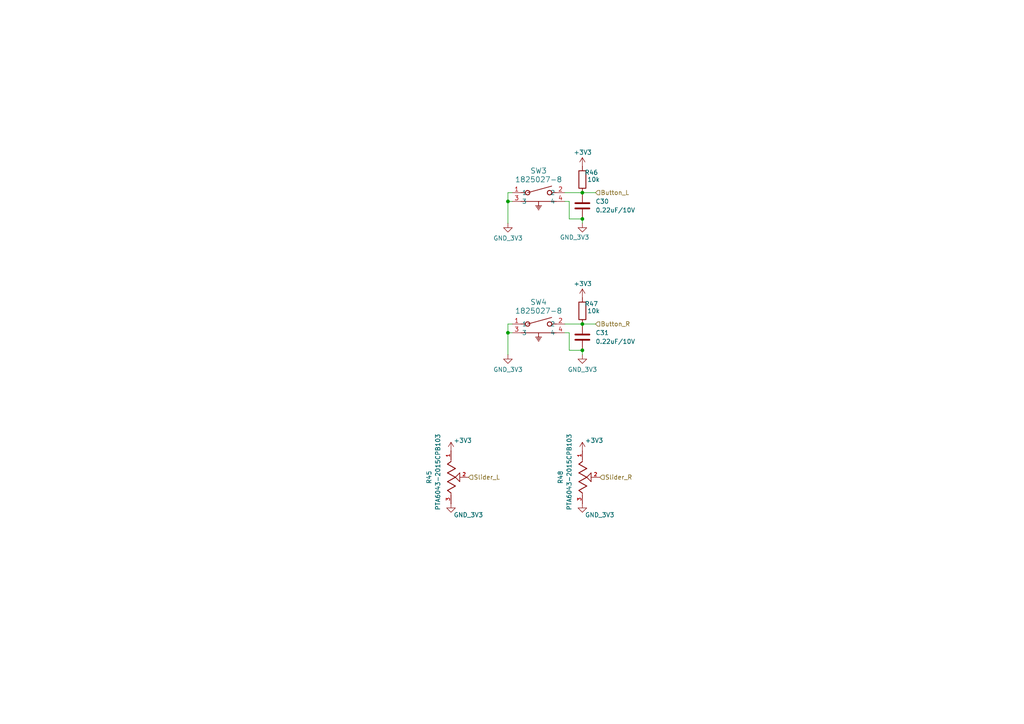
<source format=kicad_sch>
(kicad_sch (version 20231120) (generator "eeschema") (generator_version "8.0")
  (paper "A4")
  (lib_symbols
    (symbol "Device:C" (pin_numbers hide) (pin_names (offset 0.254))
      (property "Reference" "C" (at 0.635 2.54 0))
      (property "Value" "C" (at 0.635 -2.54 0))
      (symbol "C_0_1"
        (polyline (pts (xy -2.032 -0.762) (xy 2.032 -0.762)) (stroke (width 0.508)))
        (polyline (pts (xy -2.032 0.762) (xy 2.032 0.762)) (stroke (width 0.508)))
      )
      (symbol "C_1_1"
        (pin passive line (at 0 3.81 270) (length 2.794) (name "~") (number "1"))
        (pin passive line (at 0 -3.81 90) (length 2.794) (name "~") (number "2"))
      )
    )
    (symbol "Device:R" (pin_numbers hide) (pin_names (offset 0))
      (property "Reference" "R" (at 2.032 0 90))
      (property "Value" "R" (at 0 0 90))
      (symbol "R_0_1"
        (rectangle (start -1.016 -2.54) (end 1.016 2.54) (stroke (width 0.254)))
      )
      (symbol "R_1_1"
        (pin passive line (at 0 3.81 270) (length 1.27) (name "~") (number "1"))
        (pin passive line (at 0 -3.81 90) (length 1.27) (name "~") (number "2"))
      )
    )
    (symbol "PTA6043-2015CPB103:PTA6043-2015CPB103" (pin_names (offset 1.016))
      (property "Reference" "R" (at -5.08 5.08 0))
      (property "Value" "PTA6043-2015CPB103" (at -5.08 2.54 0))
      (symbol "PTA6043-2015CPB103_0_0"
        (polyline (pts (xy -5.08 0) (xy -4.572 0)) (stroke (width 0.1524)))
        (polyline (pts (xy -4.572 0) (xy -3.81 1.016)) (stroke (width 0.254)))
        (polyline (pts (xy -3.81 1.016) (xy -2.54 -1.27)) (stroke (width 0.254)))
        (polyline (pts (xy -2.54 -1.27) (xy -1.27 1.016)) (stroke (width 0.254)))
        (polyline (pts (xy -1.27 -2.54) (xy 0 -1.27)) (stroke (width 0.2032)))
        (polyline (pts (xy -1.27 1.016) (xy 0 -1.27)) (stroke (width 0.254)))
        (polyline (pts (xy 0 -1.27) (xy 1.27 -2.54)) (stroke (width 0.2032)))
        (polyline (pts (xy 0 -1.27) (xy 1.27 1.016)) (stroke (width 0.254)))
        (polyline (pts (xy 1.27 -2.54) (xy -1.27 -2.54)) (stroke (width 0.2032)))
        (polyline (pts (xy 1.27 1.016) (xy 2.54 -1.27)) (stroke (width 0.254)))
        (polyline (pts (xy 2.54 -1.27) (xy 3.81 1.016)) (stroke (width 0.254)))
        (polyline (pts (xy 3.81 1.016) (xy 4.572 0)) (stroke (width 0.254)))
        (polyline (pts (xy 4.572 0) (xy 5.08 0)) (stroke (width 0.1524)))
        (pin passive line (at 7.62 0 180) (length 2.54) (name "~") (number "1"))
        (pin passive line (at 0 -5.08 90) (length 2.54) (name "~") (number "2"))
        (pin passive line (at -7.62 0 0) (length 2.54) (name "~") (number "3"))
      )
    )
    (symbol "SW2_1825027-C_TEC:1825027-8" (pin_names (offset 0.254))
      (property "Reference" "SW" (at 7.62 3.81 0))
      (property "Value" "1825027-8" (at 0 0 0))
      (symbol "1825027-8_0_1"
        (polyline (pts (xy 2.54 -2.54) (xy 12.7 -2.54)) (stroke (width 0.2032)))
        (polyline (pts (xy 2.54 0) (xy 3.81 0)) (stroke (width 0.2032)))
        (polyline (pts (xy 4.445 0) (xy 11.43 1.905)) (stroke (width 0.2032)))
        (polyline (pts (xy 6.731 -3.81) (xy 8.509 -3.81)) (stroke (width 0.2032)))
        (polyline (pts (xy 6.985 -4.191) (xy 8.255 -4.191)) (stroke (width 0.2032)))
        (polyline (pts (xy 7.239 -4.572) (xy 8.001 -4.572)) (stroke (width 0.2032)))
        (polyline (pts (xy 7.493 -4.953) (xy 7.747 -4.953)) (stroke (width 0.2032)))
        (polyline (pts (xy 7.62 -2.54) (xy 7.62 -3.81)) (stroke (width 0.2032)))
        (polyline (pts (xy 12.7 0) (xy 11.43 0)) (stroke (width 0.2032)))
        (circle (center 4.445 0) (radius 0.635) (stroke (width 0.254)))
        (circle (center 10.795 0) (radius 0.635) (stroke (width 0.254)))
        (pin unspecified line (at 0 0 0) (length 2.54) (name "1") (number "1"))
        (pin unspecified line (at 15.24 0 180) (length 2.54) (name "2") (number "2"))
        (pin unspecified line (at 0 -2.54 0) (length 2.54) (name "3") (number "3"))
        (pin unspecified line (at 15.24 -2.54 180) (length 2.54) (name "4") (number "4"))
      )
    )
    (symbol "power:+3V3" (power) (pin_numbers hide) (pin_names (offset 0) hide)
      (property "Value" "+3V3" (at 0 3.556 0))
      (symbol "+3V3_0_1"
        (polyline (pts (xy -0.762 1.27) (xy 0 2.54)))
        (polyline (pts (xy 0 0) (xy 0 2.54)))
        (polyline (pts (xy 0 2.54) (xy 0.762 1.27)))
      )
      (symbol "+3V3_1_1"
        (pin power_in line (at 0 0 90) (length 0) (name "~") (number "1"))
      )
    )
    (symbol "power:GND" (power) (pin_numbers hide) (pin_names (offset 0) hide)
      (property "Value" "GND" (at 0 -3.81 0))
      (symbol "GND_0_1"
        (polyline (pts (xy 0 0) (xy 0 -1.27) (xy 1.27 -1.27) (xy 0 -2.54) (xy -1.27 -1.27) (xy 0 -1.27)))
      )
      (symbol "GND_1_1"
        (pin power_in line (at 0 0 270) (length 0) (name "~") (number "1"))
      )
    )
  )
  (junction (at 147.32 58.42))
  (junction (at 147.32 96.52))
  (junction (at 168.91 63.5))
  (junction (at 168.91 93.98))
  (junction (at 168.91 101.6))
  (junction (at 168.91 55.88))
  (wire (pts (xy 147.32 64.77) (xy 147.32 58.42)))
  (wire (pts (xy 163.83 55.88) (xy 168.91 55.88)))
  (wire (pts (xy 147.32 58.42) (xy 148.59 58.42)))
  (wire (pts (xy 168.91 64.77) (xy 168.91 63.5)))
  (wire (pts (xy 148.59 55.88) (xy 147.32 55.88)))
  (wire (pts (xy 165.1 101.6) (xy 168.91 101.6)))
  (wire (pts (xy 147.32 102.87) (xy 147.32 96.52)))
  (wire (pts (xy 147.32 55.88) (xy 147.32 58.42)))
  (wire (pts (xy 165.1 63.5) (xy 168.91 63.5)))
  (wire (pts (xy 148.59 93.98) (xy 147.32 93.98)))
  (wire (pts (xy 147.32 93.98) (xy 147.32 96.52)))
  (wire (pts (xy 168.91 102.87) (xy 168.91 101.6)))
  (wire (pts (xy 163.83 93.98) (xy 168.91 93.98)))
  (wire (pts (xy 165.1 96.52) (xy 163.83 96.52)))
  (wire (pts (xy 165.1 96.52) (xy 165.1 101.6)))
  (wire (pts (xy 147.32 96.52) (xy 148.59 96.52)))
  (wire (pts (xy 165.1 58.42) (xy 163.83 58.42)))
  (wire (pts (xy 172.72 93.98) (xy 168.91 93.98)))
  (wire (pts (xy 165.1 58.42) (xy 165.1 63.5)))
  (wire (pts (xy 172.72 55.88) (xy 168.91 55.88)))
  (hierarchical_label "Slider_R" (shape input) (at 173.99 138.43 0))
  (hierarchical_label "Button_R" (shape input) (at 172.72 93.98 0))
  (hierarchical_label "Slider_L" (shape input) (at 135.89 138.43 0))
  (hierarchical_label "Button_L" (shape input) (at 172.72 55.88 0))
  (symbol (lib_id "power:+3V3") (at 168.91 130.81 0) (unit 1)
    (property "Reference" "#PWR093" (effects (hide yes)))
    (property "Value" "+3V3" (at 169.672 127.762 0) (effects (justify left)))
    (property "Description" "Power symbol creates a global label with name \"+3V3\"" (effects (hide yes)))
  )
  (symbol (lib_id "power:GND") (at 168.91 146.05 0) (unit 1)
    (property "Reference" "#PWR094" (effects (hide yes)))
    (property "Value" "GND_3V3" (at 169.672 149.352 0) (effects (justify left)))
    (property "Description" "Power symbol creates a global label with name \"GND\" , ground" (effects (hide yes)))
  )
  (symbol (lib_id "PTA6043-2015CPB103:PTA6043-2015CPB103") (at 168.91 138.43 90) (unit 1)
    (property "Reference" "R48" (at 162.56 138.43 0))
    (property "Value" "PTA6043-2015CPB103" (at 165.1 136.906 0))
    (property "Footprint" "Potentiometer_THT:Potentiometer_Bourns_PTA6043_Single_Slide" (effects (hide yes)))
    (property "Datasheet" "https://www.digikey.ca/en/products/detail/bourns-inc/PTA6043-2015CPB103/3781230" (effects (hide yes)))
  )
  (symbol (lib_id "power:+3V3") (at 168.91 48.26 0) (unit 1)
    (property "Reference" "#PWR089" (effects (hide yes)))
    (property "Value" "+3V3" (at 166.37 44.196 0) (effects (justify left)))
    (property "Description" "Power symbol creates a global label with name \"+3V3\"" (effects (hide yes)))
  )
  (symbol (lib_id "power:GND") (at 168.91 102.87 0) (unit 1)
    (property "Reference" "#PWR092" (effects (hide yes)))
    (property "Value" "GND_3V3" (at 173.228 107.188 0) (effects (justify right)))
    (property "Description" "Power symbol creates a global label with name \"GND\" , ground" (effects (hide yes)))
  )
  (symbol (lib_id "SW2_1825027-C_TEC:1825027-8") (at 148.59 93.98 0) (unit 1)
    (property "Reference" "SW4" (at 156.21 87.63 0) (effects (font (size 1.524 1.524))))
    (property "Value" "1825027-8" (at 156.21 90.17 0) (effects (font (size 1.524 1.524))))
    (property "Footprint" "SW2_1825027-C_TEC:SW2_1825027-C_TEC" (effects (hide yes)))
    (property "Datasheet" "https://www.digikey.ca/en/products/detail/te-connectivity-alcoswitch-switches/1825027-8/1632543" (effects (hide yes)))
  )
  (symbol (lib_id "power:+3V3") (at 130.81 130.81 0) (unit 1)
    (property "Reference" "#PWR085" (effects (hide yes)))
    (property "Value" "+3V3" (at 131.572 127.762 0) (effects (justify left)))
    (property "Description" "Power symbol creates a global label with name \"+3V3\"" (effects (hide yes)))
  )
  (symbol (lib_id "power:GND") (at 147.32 102.87 0) (unit 1)
    (property "Reference" "#PWR088" (effects (hide yes)))
    (property "Value" "GND_3V3" (at 151.638 107.188 0) (effects (justify right)))
    (property "Description" "Power symbol creates a global label with name \"GND\" , ground" (effects (hide yes)))
  )
  (symbol (lib_id "power:GND") (at 130.81 146.05 0) (unit 1)
    (property "Reference" "#PWR086" (effects (hide yes)))
    (property "Value" "GND_3V3" (at 131.572 149.352 0) (effects (justify left)))
    (property "Description" "Power symbol creates a global label with name \"GND\" , ground" (effects (hide yes)))
  )
  (symbol (lib_id "PTA6043-2015CPB103:PTA6043-2015CPB103") (at 130.81 138.43 90) (unit 1)
    (property "Reference" "R45" (at 124.46 138.43 0))
    (property "Value" "PTA6043-2015CPB103" (at 127 136.906 0))
    (property "Footprint" "Potentiometer_THT:Potentiometer_Bourns_PTA6043_Single_Slide" (effects (hide yes)))
    (property "Datasheet" "https://www.digikey.ca/en/products/detail/bourns-inc/PTA6043-2015CPB103/3781230" (effects (hide yes)))
  )
  (symbol (lib_id "Device:C") (at 168.91 97.79 0) (unit 1)
    (property "Reference" "C31" (at 172.72 96.5199 0) (effects (justify left)))
    (property "Value" "0.22uF/10V" (at 172.72 99.0599 0) (effects (justify left)))
    (property "Footprint" "Capacitor_SMD:C_0603_1608Metric" (effects (hide yes)))
    (property "Description" "Unpolarized capacitor" (effects (hide yes)))
  )
  (symbol (lib_id "Device:C") (at 168.91 59.69 0) (unit 1)
    (property "Reference" "C30" (at 172.72 58.4199 0) (effects (justify left)))
    (property "Value" "0.22uF/10V" (at 172.72 60.9599 0) (effects (justify left)))
    (property "Footprint" "Capacitor_SMD:C_0603_1608Metric" (effects (hide yes)))
    (property "Description" "Unpolarized capacitor" (effects (hide yes)))
  )
  (symbol (lib_id "Device:R") (at 168.91 52.07 180) (unit 1)
    (property "Reference" "R46" (at 173.482 50.038 0) (effects (justify left)))
    (property "Value" "10k" (at 173.99 52.07 0) (effects (justify left)))
    (property "Footprint" "Capacitor_SMD:C_0603_1608Metric" (effects (hide yes)))
    (property "Description" "Resistor" (effects (hide yes)))
    (property "MANUF_PN" "RC0603FR-0710KL" (effects (hide yes)))
  )
  (symbol (lib_id "power:GND") (at 147.32 64.77 0) (unit 1)
    (property "Reference" "#PWR087" (effects (hide yes)))
    (property "Value" "GND_3V3" (at 151.638 69.088 0) (effects (justify right)))
    (property "Description" "Power symbol creates a global label with name \"GND\" , ground" (effects (hide yes)))
  )
  (symbol (lib_id "SW2_1825027-C_TEC:1825027-8") (at 148.59 55.88 0) (unit 1)
    (property "Reference" "SW3" (at 156.21 49.53 0) (effects (font (size 1.524 1.524))))
    (property "Value" "1825027-8" (at 156.21 52.07 0) (effects (font (size 1.524 1.524))))
    (property "Footprint" "SW2_1825027-C_TEC:SW2_1825027-C_TEC" (effects (hide yes)))
    (property "Datasheet" "https://www.digikey.ca/en/products/detail/te-connectivity-alcoswitch-switches/1825027-8/1632543" (effects (hide yes)))
  )
  (symbol (lib_id "power:+3V3") (at 168.91 86.36 0) (unit 1)
    (property "Reference" "#PWR091" (effects (hide yes)))
    (property "Value" "+3V3" (at 166.37 82.296 0) (effects (justify left)))
    (property "Description" "Power symbol creates a global label with name \"+3V3\"" (effects (hide yes)))
  )
  (symbol (lib_id "Device:R") (at 168.91 90.17 180) (unit 1)
    (property "Reference" "R47" (at 173.482 88.138 0) (effects (justify left)))
    (property "Value" "10k" (at 173.99 90.17 0) (effects (justify left)))
    (property "Footprint" "Capacitor_SMD:C_0603_1608Metric" (effects (hide yes)))
    (property "Description" "Resistor" (effects (hide yes)))
    (property "MANUF_PN" "RC0603FR-0710KL" (effects (hide yes)))
  )
  (symbol (lib_id "power:GND") (at 168.91 64.77 0) (unit 1)
    (property "Reference" "#PWR090" (effects (hide yes)))
    (property "Value" "GND_3V3" (at 170.942 68.834 0) (effects (justify right)))
    (property "Description" "Power symbol creates a global label with name \"GND\" , ground" (effects (hide yes)))
  )
)
</source>
